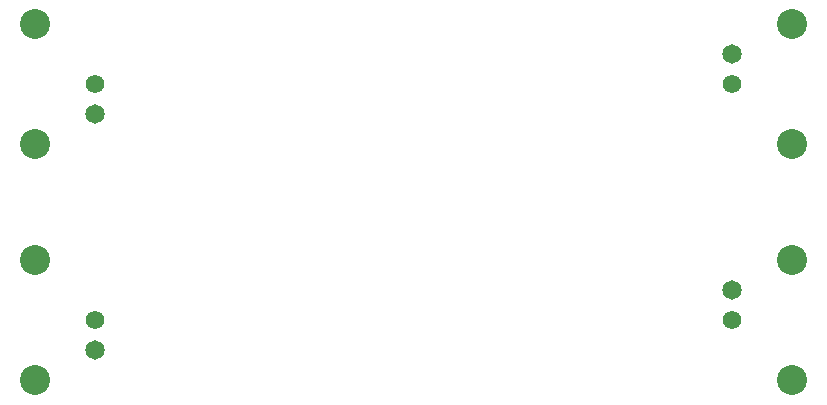
<source format=gbr>
G04 #@! TF.FileFunction,Soldermask,Bot*
%FSLAX46Y46*%
G04 Gerber Fmt 4.6, Leading zero omitted, Abs format (unit mm)*
G04 Created by KiCad (PCBNEW 4.0.5) date 05/28/17 14:54:10*
%MOMM*%
%LPD*%
G01*
G04 APERTURE LIST*
%ADD10C,0.150000*%
%ADD11C,1.574800*%
%ADD12C,1.651000*%
%ADD13C,2.540000*%
G04 APERTURE END LIST*
D10*
D11*
X13000000Y-12500000D03*
D12*
X13000000Y-15040000D03*
D13*
X7920000Y-17580000D03*
X7920000Y-7420000D03*
D11*
X67000000Y-12500000D03*
D12*
X67000000Y-9960000D03*
D13*
X72080000Y-7420000D03*
X72080000Y-17580000D03*
D11*
X13000000Y-32500000D03*
D12*
X13000000Y-35040000D03*
D13*
X7920000Y-37580000D03*
X7920000Y-27420000D03*
D11*
X67000000Y-32500000D03*
D12*
X67000000Y-29960000D03*
D13*
X72080000Y-27420000D03*
X72080000Y-37580000D03*
M02*

</source>
